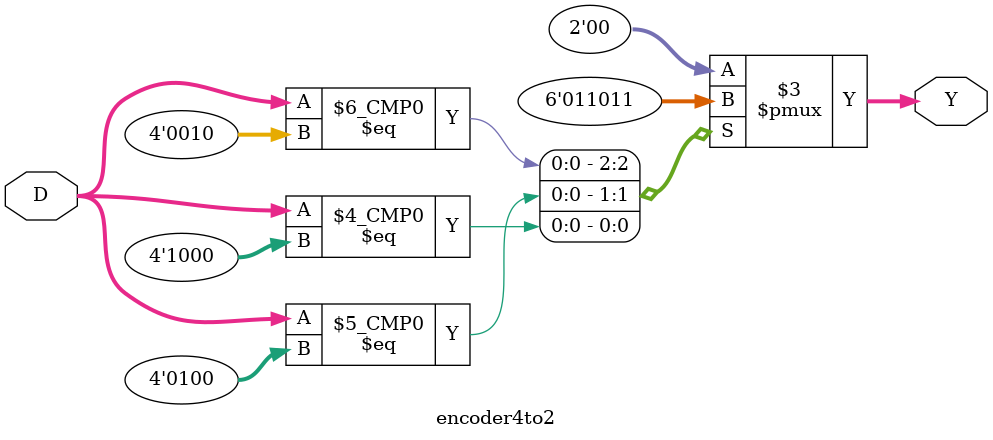
<source format=v>
module encoder4to2 (
   input [3:0] D,
   output reg [1:0] Y
);
   always @(*) begin
       case (D)
          4'b0001: Y = 2'b00;
          4'b0010: Y = 2'b01;
          4'b0100: Y = 2'b10;
          4'b1000: Y = 2'b11;
          default: Y = 2'b00;
       endcase
    end
endmodule


</source>
